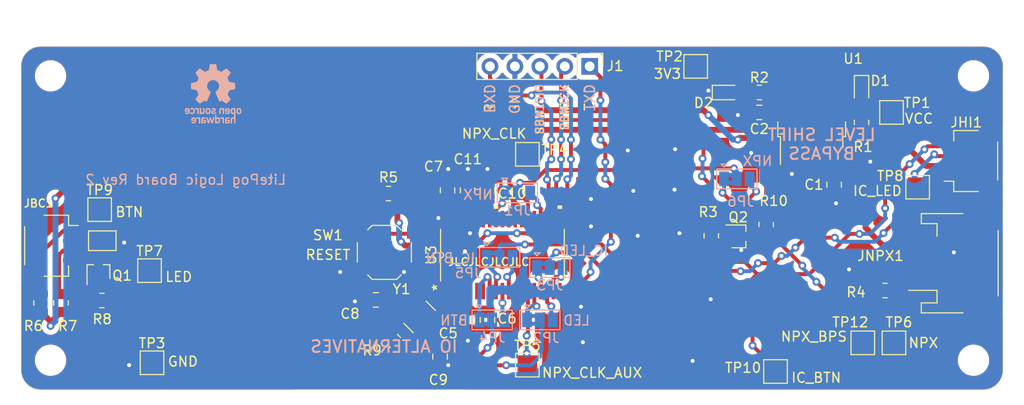
<source format=kicad_pcb>
(kicad_pcb (version 20221018) (generator pcbnew)
  (layers (0 "F.Cu" signal) (31 "B.Cu" signal) (34 "B.Paste" user) (35 "F.Paste" user) (36 "B.SilkS" user "B.Silkscreen") (37 "F.SilkS" user "F.Silkscreen") (38 "B.Mask" user) (39 "F.Mask" user) (44 "Edge.Cuts" user))
  (net 0 "")
  (net 1 "VCC")
  (net 2 "GND")
  (net 3 "+3V3")
  (net 4 "XIN")
  (net 5 "XOUT")
  (net 6 "Net-(C10-Pad1)")
  (net 7 "Net-(D1-Pad2)")
  (net 8 "Net-(D2-Pad2)")
  (net 9 "UART_RXD")
  (net 10 "SBWTDIO")
  (net 11 "SBWTCK")
  (net 12 "UART_TXD")
  (net 13 "BTN+")
  (net 14 "BTN-")
  (net 15 "LED+")
  (net 16 "LED-")
  (net 17 "IC_BTN_LED")
  (net 18 "BTN2")
  (net 19 "NPX")
  (net 20 "NPX_MCU")
  (net 21 "NPX_AUX")
  (net 22 "NPX_MAIN")
  (net 23 "LED1_AUX")
  (net 24 "LED1_MAIN")
  (net 25 "LED2_AUX")
  (net 26 "LED2_MAIN")
  (net 27 "BTN1_AUX")
  (net 28 "BTN1_MAIN")
  (net 29 "BTN2_AUX")
  (net 30 "BTN2_MAIN")
  (net 31 "NPX_MCU_BYPASS")
  (net 32 "NPX_MCU_SHIFT")
  (net 33 "LED1")
  (net 34 "NPX_DBG_CLK_MAIN")
  (net 35 "NPX_DBG_CLK_AUX")
  (footprint "Capacitor_SMD:C_0805_2012Metric" (layer "F.Cu") (at 82.804 14.097 90)
    (fp_text reference "C1")
    (fp_text value "10u")
  )
  (footprint "Capacitor_SMD:C_0805_2012Metric" (layer "F.Cu") (at 75.184 6.731 180)
    (fp_text reference "C2")
    (fp_text value "10u")
  )
  (footprint "Capacitor_SMD:C_0805_2012Metric" (layer "F.Cu") (at 45.466 27.884 -90)
    (fp_text reference "C5")
    (fp_text value "0.1u")
  )
  (footprint "Capacitor_SMD:C_0805_2012Metric" (layer "F.Cu") (at 47.498 27.884 90)
    (fp_text reference "C6")
    (fp_text value "4.7u")
  )
  (footprint "Capacitor_SMD:C_0805_2012Metric" (layer "F.Cu") (at 43.434 14.676 90)
    (fp_text reference "C7")
    (fp_text value "4.7u")
  )
  (footprint "Capacitor_SMD:C_0805_2012Metric" (layer "F.Cu") (at 36.134 25.852 180)
    (fp_text reference "C8")
    (fp_text value "15p")
  )
  (footprint "Capacitor_SMD:C_0805_2012Metric" (layer "F.Cu") (at 47.498 14.676 90)
    (fp_text reference "C10")
    (fp_text value "0.47u")
  )
  (footprint "LED_SMD:LED_0603_1608Metric" (layer "F.Cu") (at 85.598 4.445 -90)
    (fp_text reference "D1")
    (fp_text value "LED")
  )
  (footprint "LED_SMD:LED_0603_1608Metric" (layer "F.Cu") (at 71.882 4.699)
    (fp_text reference "D2")
    (fp_text value "LED")
  )
  (footprint "MountingHole:MountingHole_2.7mm_M2.5" (layer "F.Cu") (at 3 3)
    (fp_text reference "H1" hide)
    (fp_text value "MountingHole")
  )
  (footprint "MountingHole:MountingHole_2.7mm_M2.5" (layer "F.Cu") (at 3 32)
    (fp_text reference "H2" hide)
    (fp_text value "MountingHole")
  )
  (footprint "MountingHole:MountingHole_2.7mm_M2.5" (layer "F.Cu") (at 97 32)
    (fp_text reference "H3" hide)
    (fp_text value "MountingHole")
  )
  (footprint "MountingHole:MountingHole_2.7mm_M2.5" (layer "F.Cu") (at 97 3)
    (fp_text reference "H4" hide)
    (fp_text value "MountingHole")
  )
  (footprint "Connector_PinHeader_2.54mm:PinHeader_1x05_P2.54mm_Vertical" (layer "F.Cu") (at 57.912 2.032 -90)
    (fp_text reference "J1")
    (fp_text value "Conn_01x05_Male")
  )
  (footprint "Jumper:SolderJumper-2_P1.3mm_Bridged2Bar_Pad1.0x1.5mm" (layer "F.Cu") (at 8.27 19.812 180)
    (fp_text reference "JP11" hide)
    (fp_text value "Jumper")
  )
  (footprint "Package_TO_SOT_SMD:SOT-323_SC-70" (layer "F.Cu") (at 7.874 22.987 90)
    (fp_text reference "Q1")
    (fp_text value "BSS214NW")
  )
  (footprint "Resistor_SMD:R_0805_2012Metric" (layer "F.Cu") (at 85.598 7.747 90)
    (fp_text reference "R1")
    (fp_text value "110R")
  )
  (footprint "Resistor_SMD:R_0805_2012Metric" (layer "F.Cu") (at 75.184 4.699 180)
    (fp_text reference "R2")
    (fp_text value "110R")
  )
  (footprint "Resistor_SMD:R_0805_2012Metric" (layer "F.Cu") (at 87.9875 24.892)
    (fp_text reference "R4")
    (fp_text value "470R")
  )
  (footprint "Resistor_SMD:R_0805_2012Metric" (layer "F.Cu") (at 37.4125 15)
    (fp_text reference "R5")
    (fp_text value "47k")
  )
  (footprint "Resistor_SMD:R_0805_2012Metric" (layer "F.Cu") (at 2.032 26.162 -90)
    (fp_text reference "R6")
    (fp_text value "10k")
  )
  (footprint "Resistor_SMD:R_0805_2012Metric" (layer "F.Cu") (at 4.064 26.162 -90)
    (fp_text reference "R7")
    (fp_text value "110R")
  )
  (footprint "Resistor_SMD:R_0805_2012Metric" (layer "F.Cu") (at 8.2315 25.908 180)
    (fp_text reference "R8")
    (fp_text value "10k")
  )
  (footprint "TestPoint:TestPoint_Pad_2.0x2.0mm" (layer "F.Cu") (at 88.646 6.731)
    (fp_text reference "TP1")
    (fp_text value "TestPoint")
  )
  (footprint "TestPoint:TestPoint_Pad_2.0x2.0mm" (layer "F.Cu") (at 68.707 2.032)
    (fp_text reference "TP2")
    (fp_text value "TestPoint")
  )
  (footprint "TestPoint:TestPoint_Pad_2.0x2.0mm" (layer "F.Cu") (at 13.335 32.258)
    (fp_text reference "TP3")
    (fp_text value "TestPoint")
  )
  (footprint "TestPoint:TestPoint_Pad_2.0x2.0mm" (layer "F.Cu") (at 51.562 11)
    (fp_text reference "TP4")
    (fp_text value "TestPoint")
  )
  (footprint "TestPoint:TestPoint_Pad_2.0x2.0mm" (layer "F.Cu") (at 51.562 32.5)
    (fp_text reference "TP5")
    (fp_text value "TestPoint")
  )
  (footprint "TestPoint:TestPoint_Pad_2.0x2.0mm" (layer "F.Cu") (at 88.9 30.226)
    (fp_text reference "TP6")
    (fp_text value "TestPoint")
  )
  (footprint "TestPoint:TestPoint_Pad_2.0x2.0mm" (layer "F.Cu") (at 13.081 22.86)
    (fp_text reference "TP7")
    (fp_text value "TestPoint")
  )
  (footprint "TestPoint:TestPoint_Pad_2.0x2.0mm" (layer "F.Cu") (at 91.313 14.351)
    (fp_text reference "TP8")
    (fp_text value "TestPoint")
  )
  (footprint "TestPoint:TestPoint_Pad_2.0x2.0mm" (layer "F.Cu") (at 76.835 33.147)
    (fp_text reference "TP10")
    (fp_text value "TestPoint")
  )
  (footprint "TestPoint:TestPoint_Pad_2.0x2.0mm" (layer "F.Cu") (at 85.725 30.226)
    (fp_text reference "TP12")
    (fp_text value "TestPoint")
  )
  (footprint "Package_TO_SOT_SMD:TO-252-2" (layer "F.Cu") (at 80.518 6.731 90)
    (fp_text reference "U1")
    (fp_text value "NCP1117-3.3_TO252")
  )
  (footprint "Gigahawk:MSP430FR5739IDAR" (layer "F.Cu") (at 49.022 21.28 90)
    (fp_text reference "U3")
    (fp_text value "MSP430FR5739IDAR" hide)
  )
  (footprint "Gigahawk:Crystal_SMD_AWSZT-CV-2Pin_3.7x3.1mm" (layer "F.Cu") (at 40.59534 27.58534 135)
    (fp_text reference "Y1")
    (fp_text value "Crystal")
  )
  (footprint "Gigahawk:JST_SH_SM04B-SRSS-TB_1x04-1MP_P1.00mm_Horizontal" (layer "F.Cu") (at 3.048 20.32 -90)
    (fp_text reference "JBC1")
    (fp_text value "Conn_01x04")
  )
  (footprint "Gigahawk:JST_SH_SM04B-SRSS-TB_1x04-1MP_P1.00mm_Horizontal" (layer "F.Cu") (at 96.774 11.684 90)
    (fp_text reference "JHI1")
    (fp_text value "Conn_01x04")
  )
  (footprint "Capacitor_SMD:C_0805_2012Metric" (layer "F.Cu") (at 42.672 31.628 90)
    (fp_text reference "C9")
    (fp_text value "15p")
  )
  (footprint "Capacitor_SMD:C_0805_2012Metric" (layer "F.Cu") (at 45.466 14.676 90)
    (fp_text reference "C11")
    (fp_text value "0.1u")
  )
  (footprint "Button_Switch_SMD:SW_SPST_TL3342" (layer "F.Cu") (at 37 21)
    (fp_text reference "SW1")
    (fp_text value "SW_Push")
  )
  (footprint "TestPoint:TestPoint_Pad_2.0x2.0mm" (layer "F.Cu") (at 8.001 16.637)
    (fp_text reference "TP9")
    (fp_text value "TestPoint")
  )
  (footprint "Resistor_SMD:R_0805_2012Metric" (layer "F.Cu") (at 37.962765 30.032765 -45)
    (fp_text reference "R9")
    (fp_text value "1M")
  )
  (footprint "Resistor_SMD:R_0805_2012Metric" (layer "F.Cu") (at 70.2945 19.304 90)
    (fp_text reference "R3")
    (fp_text value "10k")
  )
  (footprint "Resistor_SMD:R_0805_2012Metric" (layer "F.Cu") (at 75.8825 18.161 90)
    (fp_text reference "R10")
    (fp_text value "10k")
  )
  (footprint "Package_TO_SOT_SMD:SOT-323_SC-70" (layer "F.Cu") (at 73.0885 19.3675)
    (fp_text reference "Q2")
    (fp_text value "BSS214NW")
  )
  (footprint "Gigahawk:JST_PH_S3B-PH-SM4-TB_1x03-1MP_P2.00mm_Horizontal" (layer "F.Cu") (at 94.996 22.11 90)
    (fp_text reference "JNPX1")
    (fp_text value "Conn_01x03")
  )
  (footprint "Jumper:SolderJumper-3_P1.3mm_Bridged2Bar12_Pad1.0x1.5mm" (layer "B.Cu") (at 50.546 14.93)
    (fp_text reference "JP1")
    (fp_text value "Jumper_3_Bridged12")
  )
  (footprint "Jumper:SolderJumper-3_P1.3mm_Bridged2Bar12_Pad1.0x1.5mm" (layer "B.Cu") (at 52.832 27.884)
    (fp_text reference "JP2")
    (fp_text value "Jumper_3_Bridged12")
  )
  (footprint "Jumper:SolderJumper-3_P1.3mm_Bridged2Bar12_Pad1.0x1.5mm" (layer "B.Cu") (at 53.848 22.55)
    (fp_text reference "JP3")
    (fp_text value "Jumper_3_Bridged12")
  )
  (footprint "Jumper:SolderJumper-3_P1.3mm_Bridged2Bar12_Pad1.0x1.5mm" (layer "B.Cu") (at 47.976 27.884)
    (fp_text reference "JP4")
    (fp_text value "Jumper_3_Bridged12")
  )
  (footprint "Jumper:SolderJumper-3_P1.3mm_Bridged2Bar12_Pad1.0x1.5mm" (layer "B.Cu") (at 48.738 21.5)
    (fp_text reference "JP5")
    (fp_text value "Jumper_3_Bridged12")
  )
  (footprint "Jumper:SolderJumper-3_P1.3mm_Bridged2Bar12_Pad1.0x1.5mm" (layer "B.Cu") (at 72.898 13.5)
    (fp_text reference "JP6")
    (fp_text value "Jumper_3_Bridged12")
  )
  (footprint "Symbol:OSHW-Logo_5.7x6mm_SilkScreen" (layer "B.Cu") (at 19.558 4.826 180)
    (fp_text reference "LOGO1" hide)
    (fp_text value "Logo_Open_Hardware_Small" hide)
  )
  (gr_line (start 0 2) (end 0 33) (stroke (width 0.05)) (layer "Edge.Cuts"))
  (gr_line (start 100 2) (end 100 33) (stroke (width 0.05)) (layer "Edge.Cuts"))
  (gr_arc (start 100 33) (mid 99.414214 34.414214) (end 98 35) (stroke (width 0.05)) (layer "Edge.Cuts"))
  (gr_arc (start 98 0) (mid 99.414214 0.585786) (end 100 2) (stroke (width 0.05)) (layer "Edge.Cuts"))
  (gr_arc (start 2 35) (mid 0.585786 34.414214) (end 0 33) (stroke (width 0.05)) (layer "Edge.Cuts"))
  (gr_line (start 2 35) (end 98 35) (stroke (width 0.05)) (layer "Edge.Cuts"))
  (gr_arc (start 0 2) (mid 0.585786 0.585786) (end 2 0) (stroke (width 0.05)) (layer "Edge.Cuts"))
  (gr_line (start 2 0) (end 98 0) (stroke (width 0.05)) (layer "Edge.Cuts"))
  (gr_text "BTN" (at 45.593 27.94) (layer "B.SilkS") (effects (font (size 1 1)) (justify left mirror)))
  (gr_text "IO ALTERNATIVES" (at 36.957 30.607) (layer "B.SilkS") (effects (font (size 1.2 1.2) (thickness 0.2)) (justify mirror)))
  (gr_text "IC_LED" (at 54.737 20.828) (layer "B.SilkS") (effects (font (size 1 1)) (justify right mirror)))
  (gr_text "RXD" (at 47.679381 3.75 270) (layer "B.SilkS") (effects (font (size 1 1)) (justify right mirror)))
  (gr_text "GND" (at 50.187619 3.75 270) (layer "B.SilkS") (effects (font (size 1 1)) (justify right mirror)))
  (gr_text "SBWTDIO" (at 52.752762 3.75 270) (layer "B.SilkS") (effects (font (size 0.8 0.8)) (justify right mirror)))
  (gr_text "SBWTCK" (at 55.254714 3.75 270) (layer "B.SilkS") (effects (font (size 0.8 0.8)) (justify right mirror)))
  (gr_text "TXD" (at 57.855286 3.75 270) (layer "B.SilkS") (effects (font (size 1 1)) (justify right mirror)))
  (gr_text "LEVEL SHIFT\nBYPASS" (at 81.534 9.9695) (layer "B.SilkS") (effects (font (size 1.2 1.2) (thickness 0.2)) (justify mirror)))
  (gr_text "LED" (at 55.118 27.94) (layer "B.SilkS") (effects (font (size 1 1)) (justify right mirror)))
  (gr_text "LitePog Logic Board Rev 2" (at 16.764 13.589) (layer "B.SilkS") (effects (font (size 1 1)) (justify mirror)))
  (gr_text "NPX" (at 73.406 11.684) (layer "B.SilkS") (effects (font (size 1 1)) (justify right mirror)))
  (gr_text "NPX" (at 48.133 15.113) (layer "B.SilkS") (effects (font (size 1 1)) (justify left mirror)))
  (gr_text "IC_BTN" (at 46.355 21.59) (layer "B.SilkS") (effects (font (size 1 1)) (justify left mirror)))
  (gr_text "3V3" (at 67.31 2.794) (layer "F.SilkS") (effects (font (size 1 1)) (justify right)))
  (gr_text "NPX_CLK_AUX" (at 52.959 33.274) (layer "F.SilkS") (effects (font (size 1 1)) (justify left)))
  (gr_text "BTN" (at 9.525 16.891) (layer "F.SilkS") (effects (font (size 1 1)) (justify left)))
  (gr_text "GND" (at 50.292 3.75 90) (layer "F.SilkS") (effects (font (size 1 1)) (justify right)))
  (gr_text "SBWTDIO" (at 52.832 3.75 90) (layer "F.SilkS") (effects (font (size 0.8 0.8)) (justify right)))
  (gr_text "SBWTCK" (at 55.372 3.75 90) (layer "F.SilkS") (effects (font (size 0.8 0.8)) (justify right)))
  (gr_text "TXD" (at 57.912 3.75 90) (layer "F.SilkS") (effects (font (size 1 1)) (justify right)))
  (gr_text "NPX_BPS" (at 84.201 29.591) (layer "F.SilkS") (effects (font (size 1 1)) (justify right)))
  (gr_text "NPX" (at 90.297 30.226) (layer "F.SilkS") (effects (font (size 1 1)) (justify left)))
  (gr_text "RESET" (at 31.25 21.25) (layer "F.SilkS") (effects (font (size 1 1))))
  (gr_text "VCC" (at 89.916 7.366) (layer "F.SilkS") (effects (font (size 1 1)) (justify left)))
  (gr_text "JLCJLCJLCJLC" (at 47.625 21.971) (layer "F.SilkS") (effects (font (size 0.8 0.8))))
  (gr_text "RXD" (at 47.75 3.75 90) (layer "F.SilkS") (effects (font (size 1 1)) (justify right)))
  (gr_text "LED" (at 14.605 23.495) (layer "F.SilkS") (effects (font (size 1 1)) (justify left)))
  (gr_text "IC_LED" (at 89.789 14.732) (layer "F.SilkS") (effects (font (size 1 1)) (justify right)))
  (gr_text "GND" (at 14.859 32.131) (layer "F.SilkS") (effects (font (size 1 1)) (justify left)))
  (gr_text "NPX_CLK" (at 51.562 8.89) (layer "F.SilkS") (effects (font (size 1 1)) (justify right)))
  (gr_text "IC_BTN" (at 78.359 33.782) (layer "F.SilkS") (effects (font (size 1 1)) (justify left)))
  (segment (start 69.5 6.5) (end 12.5 6.5) (width 0.6) (layer "F.Cu") (net 1))
  (segment (start 70 7) (end 69.5 6.5) (width 0.6) (layer "F.Cu") (net 1))
  (segment (start 84.8285 12.3285) (end 84.8285 15.1715) (width 0.6) (layer "F.Cu") (net 1))
  (segment (start 88.646 6.731) (end 88.646 8.646) (width 0.6) (layer "F.Cu") (net 1))
  (segment (start 92.184 12.184) (end 88.6595 8.6595) (width 0.6) (layer "F.Cu") (net 1))
  (segment (start 88.6595 8.6595) (end 85.598 8.6595) (width 0.6) (layer "F.Cu") (net 1))
  (segment (start 3 28.5) (end 3 28.1385) (width 0.6) (layer "F.Cu") (net 1))
  (segment (start 86.281604 18.745604) (end 86 18.464) (width 0.6) (layer "F.Cu") (net 1))
  (segment (start 92.146 22.11) (end 89.586792 22.11) (width 0.6) (layer "F.Cu") (net 1))
  (segment (start 3 28.1385) (end 4.064 27.0745) (width 0.6) (layer "F.Cu") (net 1))
  (segment (start 73.169001 9.330999) (end 73 9.5) (width 0.6) (layer "F.Cu") (net 1))
  (segment (start 94.774 12.184) (end 92.184 12.184) (width 0.6) (layer "F.Cu") (net 1))
  (segment (start 75.8825 9.517998) (end 75.695501 9.330999) (width 0.4) (layer "F.Cu") (net 1))
  (segment (start 75.8825 17.2485) (end 75.8825 9.517998) (width 0.4) (layer "F.Cu") (net 1))
  (segment (start 83.431 10.931) (end 84.8285 12.3285) (width 0.6) (layer "F.Cu") (net 1))
  (segment (start 89.586792 22.11) (end 86.281604 18.804812) (width 0.6) (layer "F.Cu") (net 1))
  (segment (start 12.5 6.5) (end 3.5 15.5) (width 0.6) (layer "F.Cu") (net 1))
  (segment (start 86 16.343) (end 84.8285 15.1715) (width 0.6) (layer "F.Cu") (net 1))
  (segment (start 82.798 10.931) (end 83.3265 10.931) (width 0.6) (layer "F.Cu") (net 1))
  (segment (start 82.798 10.931) (end 83.431 10.931) (width 0.6) (layer "F.Cu") (net 1))
  (segment (start 3 28.5) (end 3 28.0425) (width 0.6) (layer "F.Cu") (net 1))
  (segment (start 81.197999 9.330999) (end 75.695501 9.330999) (width 0.6) (layer "F.Cu") (net 1))
  (segment (start 3 28.0425) (end 2.032 27.0745) (width 0.6) (layer "F.Cu") (net 1))
  (segment (start 86 18.464) (end 86 16.343) (width 0.6) (layer "F.Cu") (net 1))
  (segment (start 82.798 10.931) (end 81.197999 9.330999) (width 0.6) (layer "F.Cu") (net 1))
  (segment (start 86.281604 18.804812) (end 86.281604 18.745604) (width 0.6) (layer "F.Cu") (net 1))
  (segment (start 84.8285 15.1715) (end 82.804 13.147) (width 0.6) (layer "F.Cu") (net 1))
  (segment (start 75.695501 9.330999) (end 73.169001 9.330999) (width 0.6) (layer "F.Cu") (net 1))
  (segment (start 88.646 8.646) (end 88.6595 8.6595) (width 0.6) (layer "F.Cu") (net 1))
  (segment (start 83.3265 10.931) (end 85.598 8.6595) (width 0.6) (layer "F.Cu") (net 1))
  (via (at 3 28.5) (size 0.8) (drill 0.4) (layers "F.Cu" "B.Cu") (net 1))
  (via (at 3.5 15.5) (size 0.8) (drill 0.4) (layers "F.Cu" "B.Cu") (net 1))
  (via (at 70 7) (size 0.8) (drill 0.4) (layers "F.Cu" "B.Cu") (net 1))
  (via (at 73 9.5) (size 0.8) (drill 0.4) (layers "F.Cu" "B.Cu") (net 1))
  (segment (start 3.5 15.5) (end 3.5 28) (width 0.6) (layer "B.Cu") (net 1))
  (segment (start 73 9.5) (end 72.5 9.5) (width 0.6) (layer "B.Cu") (net 1))
  (segment (start 3.5 28) (end 3 28.5) (width 0.6) (layer "B.Cu") (net 1))
  (segment (start 72.5 9.5) (end 70 7) (width 0.6) (layer "B.Cu") (net 1))
  (segment (start 43.434 12.566) (end 43.5 12.5) (width 0.6) (layer "F.Cu") (net 2))
  (segment (start 35.184 25.852) (end 34.148 25.852) (width 0.4) (layer "F.Cu") (net 2))
  (segment (start 39.1 22.9) (end 39 23) (width 0.4) (layer "F.Cu") (net 2))
  (segment (start 45.466 12.534) (end 45.5 12.5) (width 0.6) (layer "F.Cu") (net 2))
  (segment (start 70.199 4.699) (end 70 4.5) (width 0.4) (layer "F.Cu") (net 2))
  (segment (start 47.498 13.726) (end 47.498 12.502) (width 0.6) (layer "F.Cu") (net 2))
  (segment (start 78.238 10.931) (end 78.238 12.738) (width 0.6) (layer "F.Cu") (net 2))
  (segment (start 46.422 17.6097) (end 46.422 18.8479) (width 0.4) (layer "F.Cu") (net 2))
  (segment (start 43.434 13.726) (end 43.434 12.566) (width 0.6) (layer "F.Cu") (net 2))
  (segment (start 44.472001 24.9503) (end 44.472001 24.723501) (width 0.4) (layer "F.Cu") (net 2))
  (segment (start 8.92 19.812) (end 10.312 19.812) (width 0.4) (layer "F.Cu") (net 2))
  (segment (start 33.85 22.9) (end 32.6 22.9) (width 0.4) (layer "F.Cu") (net 2))
  (segment (start 13.335 32.258) (end 11.242 32.258) (width 0.4) (layer "F.Cu") (net 2))
  (segment (start 10.312 19.812) (end 10.5 20) (width 0.4) (layer "F.Cu") (net 2))
  (segment (start 43.507702 22.9) (end 40.15 22.9) (width 0.4) (layer "F.Cu") (net 2))
  (segment (start 44.399801 23.792099) (end 43.507702 22.9) (width 0.4) (layer "F.Cu") (net 2))
  (segment (start 42.672 32.578) (end 43.422 32.578) (width 0.4) (layer "F.Cu") (net 2))
  (segment (start 43.422 32.578) (end 43.5 32.5) (width 0.4) (layer "F.Cu") (net 2))
  (segment (start 46.221998 19.047902) (end 45.72 19.047902) (width 0.4) (layer "F.Cu") (net 2))
  (segment (start 11.242 32.258) (end 11 32.5) (width 0.4) (layer "F.Cu") (net 2))
  (segment (start 78.238 12.738) (end 78.5 13) (width 0.6) (layer "F.Cu") (net 2))
  (segment (start 43.172002 17.6097) (end 42.6097 17.6097) (width 0.4) (layer "F.Cu") (net 2))
  (segment (start 82.804 15.047) (end 82.804 15.804) (width 0.6) (layer "F.Cu") (net 2))
  (segment (start 73.269 6.731) (end 73 7) (width 0.6) (layer "F.Cu") (net 2))
  (segment (start 82.804 15.804) (end 83 16) (width 0.6) (layer "F.Cu") (net 2))
  (segment (start 44.399801 24.651301) (end 44.399801 23.792099) (width 0.4) (layer "F.Cu") (net 2))
  (segment (start 44.472001 24.723501) (end 44.399801 24.651301) (width 0.4) (layer "F.Cu") (net 2))
  (segment (start 45.466 29.966) (end 45.5 30) (width 0.6) (layer "F.Cu") (net 2))
  (segment (start 40.15 22.9) (end 39.1 22.9) (width 0.4) (layer "F.Cu") (net 2))
  (segment (start 32.6 22.9) (end 32.5 23) (width 0.4) (layer "F.Cu") (net 2))
  (segment (start 45.466 28.834) (end 45.466 29.966) (width 0.6) (layer "F.Cu") (net 2))
  (segment (start 47.498 28.834) (end 45.466 28.834) (width 0.6) (layer "F.Cu") (net 2))
  (segment (start 94.86 20.86) (end 95 21) (width 0.6) (layer "F.Cu") (net 2))
  (segment (start 71.0945 4.699) (end 70.199 4.699) (width 0.4) (layer "F.Cu") (net 2))
  (segment (start 47.498 12.502) (end 47.5 12.5) (width 0.6) (layer "F.Cu") (net 2))
  (segment (start 42.6097 17.6097) (end 42.5 17.5) (width 0.4) (layer "F.Cu") (net 2))
  (segment (start 74.234 6.731) (end 73.269 6.731) (width 0.6) (layer "F.Cu") (net 2))
  (segment (start 47.498 28.834) (end 47.498 29.002) (width 0.6) (layer "F.Cu") (net 2))
  (segment (start 46.422 18.8479) (end 46.221998 19.047902) (width 0.4) (layer "F.Cu") (net 2))
  (segment (start 34.148 25.852) (end 34 26) (width 0.4) (layer "F.Cu") (net 2))
  (segment (start 45.466 13.726) (end 45.466 12.534) (width 0.6) (layer "F.Cu") (net 2))
  (via (at 34 26) (size 0.8) (drill 0.4) (layers "F.Cu" "B.Cu") (net 2))
  (via (at 74.3585 10.8585) (size 0.8) (drill 0.4) (layers "F.Cu" "B.Cu") (net 2))
  (via (at 58.039 15.5575) (size 0.8) (drill 0.4) (layers "F.Cu" "B.Cu") (net 2))
  (via (at 66.548 14.605) (size 0.8) (drill 0.4) (layers "F.Cu" "B.Cu") (net 2))
  (via (at 11 32.5) (size 0.8) (drill 0.4) (layers "F.Cu" "B.Cu") (net 2))
  (via (at 43.5 12.5) (size 0.8) (drill 0.4) (layers "F.Cu" "B.Cu") (net 2))
  (via (at 57.023 26.543) (size 0.8) (drill 0.4) (layers "F.Cu" "B.Cu") (net 2))
  (via (at 45.5 30) (size 0.8) (drill 0.4) (layers "F.Cu" "B.Cu") (net 2))
  (via (at 67.056 19.05) (size 0.8) (drill 0.4) (layers "F.Cu" "B.Cu") (net 2))
  (via (at 58.039 18.3515) (size 0.8) (drill 0.4) (layers "F.Cu" "B.Cu") (net 2))
  (via (at 95 21) (size 0.8) (drill 0.4) (layers "F.Cu" "B.Cu") (net 2))
  (via (at 62.357 14.732) (size 0.8) (drill 0.4) (layers "F.Cu" "B.Cu") (net 2))
  (via (at 57.2135 30.1625) (size 0.8) (drill 0.4) (layers "F.Cu" "B.Cu") (net 2))
  (via (at 73 7) (size 0.8) (drill 0.4) (layers "F.Cu" "B.Cu") (net 2))
  (via (at 45.212 20.8915) (size 0.8) (drill 0.4) (layers "F.Cu" "B.Cu") (net 2))
  (via (at 83 16) (size 0.8) (drill 0.4) (layers "F.Cu" "B.Cu") (net 2))
  (via (at 86.487 11.7475) (size 0.8) (drill 0.4) (layers "F.Cu" "B.Cu") (net 2))
  (via (at 66.6115 10.4775) (size 0.8) (drill 0.4) (layers "F.Cu" "B.Cu") (net 2))
  (via (at 45.72 19.047902) (size 0.8) (drill 0.4) (layers "F.Cu" "B.Cu") (net 2))
  (via (at 84.328 22.733) (size 0.8) (drill 0.4) (layers "F.Cu" "B.Cu") (net 2))
  (via (at 61.7855 10.6045) (size 0.8) (drill 0.4) (layers "F.Cu" "B.Cu") (net 2))
  (via (at 42.5 17.5) (size 0.8) (drill 0.4) (layers "F.Cu" "B.Cu") (net 2))
  (via (at 70 4.5) (size 0.8) (drill 0.4) (layers "F.Cu" "B.Cu") (net 2))
  (via (at 62.8015 19.304) (size 0.8) (drill 0.4) (layers "F.Cu" "B.Cu") (net 2))
  (via (at 39 23) (size 0.8) (drill 0.4) (layers "F.Cu" "B.Cu") (net 2))
  (via (at 43.5 32.5) (size 0.8) (drill 0.4) (layers "F.Cu" "B.Cu") (net 2))
  (via (at 78.5 13) (size 0.8) (drill 0.4) (layers "F.Cu" "B.Cu") (net 2))
  (via (at 70.231 25.781) (size 0.8) (drill 0.4) (layers "F.Cu" "B.Cu") (net 2))
  (via (at 47.5 12.5) (size 0.8) (drill 0.4) (layers "F.Cu" "B.Cu") (net 2))
  (via (at 10.5 20) (size 0.8) (drill 0.4) (layers "F.Cu" "B.Cu") (net 2))
  (via (at 32.5 23) (size 0.8) (drill 0.4) (layers "F.Cu" "B.Cu") (net 2))
  (via (at 73.3425 20.7645) (size 0.8) (drill 0.4) (layers "F.Cu" "B.Cu") (net 2))
  (via (at 45.5 12.5) (size 0.8) (drill 0.4) (layers "F.Cu" "B.Cu") (net 2))
  (via (at 68.3895 32.0675) (size 0.8) (drill 0.4) (layers "F.Cu" "B.Cu") (net 2))
  (segment (start 69.5 8.5) (end 43 8.5) (width 0.6) (layer "F.Cu") (net 3))
  (segment (start 42.132001 20.299999) (end 45.122 23.289998) (width 0.6) (layer "F.Cu") (net 3))
  (segment (start 70.6205 18.7175) (end 70.2945 18.3915) (width 0.4) (layer "F.Cu") (net 3))
  (segment (start 76.0965 4.699) (end 80.45 4.699) (width 0.6) (layer "F.Cu") (net 3))
  (segment (start 40.25 11.25) (end 38.325 13.175) (width 0.6) (layer "F.Cu") (net 3))
  (segment (start 45.122 23.632037) (end 45.148131 23.658168) (width 0.6) (layer "F.Cu") (net 3))
  (segment (start 39.099997 20.299999) (end 42.132001 20.299999) (width 0.6) (layer "F.Cu") (net 3))
  (segment (start 42.626 15.626) (end 40.25 13.25) (width 0.6) (layer "F.Cu") (net 3))
  (segment (start 76.134 6.731) (end 78.418 6.731) (width 0.6) (layer "F.Cu") (net 3))
  (segment (start 69.5 11.3355) (end 69.4055 11.43) (width 0.4) (layer "F.Cu") (net 3))
  (segment (start 45.122 24.9503) (end 45.122 26.59) (width 0.4) (layer "F.Cu") (net 3))
  (segment (start 77.792 1.905) (end 80.518 4.631) (width 0.6) (layer "F.Cu") (net 3))
  (segment (start 38.325 13.175) (end 38.325 15) (width 0.6) (layer "F.Cu") (net 3))
  (segment (start 69.5 8.5) (end 69.5 11.3355) (width 0.4) (layer "F.Cu") (net 3))
  (segment (start 45.466 26.934) (end 47.498 26.934) (width 0.6) (layer "F.Cu") (net 3))
  (segment (start 76.134 6.731) (end 76.134 7.866) (width 0.6) (layer "F.Cu") (net 3))
  (segment (start 38.325 17.825) (end 38.5 18) (width 0.6) (layer "F.Cu") (net 3))
  (segment (start 45.122 24.9503) (end 45.122 23.622) (width 0.4) (layer "F.Cu") (net 3))
  (segment (start 76.134 7.866) (end 75.5 8.5) (width 0.6) (layer "F.Cu") (net 3))
  (segment (start 40.25 13.25) (end 40.25 11.25) (width 0.6) (layer "F.Cu") (net 3))
  (segment (start 38.325 15) (end 38.325 17.825) (width 0.6) (layer "F.Cu") (net 3))
  (segment (start 75.5 8.5) (end 69.5 8.5) (width 0.6) (layer "F.Cu") (net 3))
  (segment (start 45.772001 15.932001) (end 45.466 15.626) (width 0.4) (layer "F.Cu") (net 3))
  (segment (start 45.122 26.59) (end 45.466 26.934) (width 0.4) (layer "F.Cu") (net 3))
  (segment (start 43 8.5) (end 40.25 11.25) (width 0.6) (layer "F.Cu") (net 3))
  (segment (start 38.699998 19.9) (end 39.099997 20.299999) (width 0.6) (layer "F.Cu") (net 3))
  (segment (start 69.342 13.23314) (end 70.2945 14.18564) (width 0.4) (layer "F.Cu") (net 3))
  (segment (start 45.122 23.289998) (end 45.122 23.632037) (width 0.6) (layer "F.Cu") (net 3))
  (segment (start 72.0885 18.7175) (end 70.6205 18.7175) (width 0.4) (layer "F.Cu") (net 3))
  (segment (start 77.919 2.032) (end 80.518 4.631) (width 0.6) (layer "F.Cu") (net 3))
  (segment (start 68.707 2.032) (end 77.919 2.032) (width 0.6) (layer "F.Cu") (net 3))
  (segment (start 45.466 15.626) (end 43.434 15.626) (width 0.6) (layer "F.Cu") (net 3))
  (segment (start 43.434 15.626) (end 42.626 15.626) (width 0.6) (layer "F.Cu") (net 3))
  (segment (start 70.2945 14.18564) (end 70.2945 18.3915) (width 0.4) (layer "F.Cu") (net 3))
  (segment (start 45.772001 17.6097) (end 45.772001 15.932001) (width 0.4) (layer "F.Cu") (net 3))
  (segment (start 80.45 4.699) (end 80.518 4.631) (width 0.6) (layer "F.Cu") (net 3))
  (segment (start 78.418 6.731) (end 80.518 4.631) (width 0.6) (layer "F.Cu") (net 3))
  (via (at 38.699998 19.9) (size 0.8) (drill 0.4) (layers "F.Cu" "B.Cu") (net 3))
  (via (at 69.4055 11.43) (size 0.8) (drill 0.4) (layers "F.Cu" "B.Cu") (net 3))
  (via (at 38.5 18) (size 0.8) (drill 0.4) (layers "F.Cu" "B.Cu") (net 3))
  (via (at 69.342 13.23314) (size 0.8) (drill 0.4) (layers "F.Cu" "B.Cu") (net 3))
  (segment (start 38.5 19.700002) (end 38.699998 19.9) (width 0.6) (layer "B.Cu") (net 3))
  (segment (start 69.4055 11.43) (end 69.4055 13.16964) (width 0.4) (layer "B.Cu") (net 3))
  (segment (start 69.4055 13.16964) (end 69.342 13.23314) (width 0.4) (layer "B.Cu") (net 3))
  (segment (start 38.5 18) (end 38.5 19.700002) (width 0.6) (layer "B.Cu") (net 3))
  (segment (start 38.862 25.852) (end 39.53468 26.52468) (width 0.4) (layer "F.Cu") (net 4))
  (segment (start 39.53468 26.52468) (end 41.597619 26.52468) (width 0.4) (layer "F.Cu") (net 4))
  (segment (start 41.597619 26.52468) (end 43.171999 24.9503) (width 0.4) (layer "F.Cu") (net 4))
  (segment (start 37.31753 29.38753) (end 37.31753 28.74183) (width 0.4) (layer "F.Cu") (net 4))
  (segment (start 37.31753 28.74183) (end 39.53468 26.52468) (width 0.4) (layer "F.Cu") (net 4))
  (segment (start 37.084 25.852) (end 38.862 25.852) (width 0.4) (layer "F.Cu") (net 4))
  (segment (start 42.363106 28.646) (end 43.822 27.187106) (width 0.4) (layer "F.Cu") (net 5))
  (segment (start 41.656 28.646) (end 41.656 29.662) (width 0.4) (layer "F.Cu") (net 5))
  (segment (start 39.624 30.678) (end 41.656 28.646) (width 0.4) (layer "F.Cu") (net 5))
  (segment (start 41.656 29.662) (end 42.672 30.678) (width 0.4) (layer "F.Cu") (net 5))
  (segment (start 43.822 27.187106) (end 43.822 24.9503) (width 0.4) (layer "F.Cu") (net 5))
  (segment (start 38.608 30.678) (end 39.624 30.678) (width 0.4) (layer "F.Cu") (net 5))
  (segment (start 41.656 28.646) (end 42.363106 28.646) (width 0.4) (layer "F.Cu") (net 5))
  (segment (start 47.072001 17.6097) (end 47.072001 16.051999) (width 0.4) (layer "F.Cu") (net 6))
  (segment (start 47.072001 16.051999) (end 47.498 15.626) (width 0.4) (layer "F.Cu") (net 6))
  (segment (start 85.598 6.8345) (end 85.598 5.2325) (width 0.4) (layer "F.Cu") (net 7))
  (segment (start 74.2715 4.699) (end 72.6695 4.699) (width 0.4) (layer "F.Cu") (net 8))
  (segment (start 49.5 5) (end 52 5) (width 0.4) (layer "F.Cu") (net 9))
  (segment (start 55.629602 16.852099) (end 55.629602 13.552341) (width 0.4) (layer "F.Cu") (net 9))
  (segment (start 47.752 3.252) (end 49.5 5) (width 0.4) (layer "F.Cu") (net 9))
  (segment (start 47.752 2.032) (end 47.752 3.252) (width 0.4) (layer "F.Cu") (net 9))
  (segment (start 56 11.5) (end 56 9.5) (width 0.4) (layer "F.Cu") (net 9))
  (segment (start 54.872001 17.6097) (end 55.629602 16.852099) (width 0.4) (layer "F.Cu") (net 9))
  (via (at 52 5) (size 0.8) (drill 0.4) (layers "F.Cu" "B.Cu") (net 9))
  (via (at 56 11.5) (size 0.8) (drill 0.4) (layers "F.Cu" "B.Cu") (net 9))
  (via (at 55.629602 13.552341) (size 0.8) (drill 0.4) (layers "F.Cu" "B.Cu") (net 9))
  (via (at 56 9.5) (size 0.8) (drill 0.4) (layers "F.Cu" "B.Cu") (net 9))
  (segment (start 56 5.315998) (end 55.384001 4.699999) (width 0.4) (layer "B.Cu") (net 9))
  (segment (start 56 9.5) (end 56 5.315998) (width 0.4) (layer "B.Cu") (net 9))
  (segment (start 52.300001 4.699999) (end 52 5) (width 0.4) (layer "B.Cu") (net 9))
  (segment (start 55.629602 13.552341) (end 56 13.181943) (width 0.4) (layer "B.Cu") (net 9))
  (segment (start 56 13.181943) (end 56 11.5) (width 0.4) (layer "B.Cu") (net 9))
  (segment (start 55.384001 4.699999) (end 52.300001 4.699999) (width 0.4) (layer "B.Cu") (net 9))
  (segment (start 53 2.2) (end 52.832 2.032) (width 0.4) (layer "F.Cu") (net 10))
  (segment (start 53 5.6) (end 53 2.2) (width 0.4) (layer "F.Cu") (net 10))
  (segment (start 40.15 19.1) (end 43.1 19.1) (width 0.4) (layer "F.Cu") (net 10))
  (segment (start 36.5 15) (end 36.5 16.45) (width 0.4) (layer "F.Cu") (net 10))
  (segment (start 40.204012 19.045988) (end 40.15 19.1) (width 0.4) (layer "F.Cu") (net 10))
  (segment (start 53.724199 13.724199) (end 53.565686 13.565686) (width 0.4) (layer "F.Cu") (net 10))
  (segment (start 54 11.5) (end 54 9.5) (width 0.4) (layer "F.Cu") (net 10))
  (segment (start 53.572001 17.6097) (end 53.572001 16.523697) (width 0.4) (layer "F.Cu") (net 10))
  (segment (start 53.724199 16.371499) (end 53.724199 13.724199) (width 0.4) (layer "F.Cu") (net 10))
  (segment (start 46.69823 19.847903) (end 47.498232 19.047901) (width 0.4) (layer "F.Cu") (net 10))
  (segment (start 53.572001 17.6097) (end 53.572001 18.695701) (width 0.4) (layer "F.Cu") (net 10))
  (segment (start 43.847903 19.847903) (end 46.69823 19.847903) (width 0.4) (layer "F.Cu") (net 10))
  (segment (start 53.572001 18.695701) (end 53.219801 19.047901) (width 0.4) (layer "F.Cu") (net 10))
  (segment (start 36.5 16.45) (end 33.85 19.1) (width 0.4) (layer "F.Cu") (net 10))
  (segment (start 40.15 19.1) (end 33.85 19.1) (width 0.4) (layer "F.Cu") (net 10))
  (segment (start 53.572001 16.523697) (end 53.724199 16.371499) (width 0.4) (layer "F.Cu") (net 10))
  (segment (start 43.1 19.1) (end 43.847903 19.847903) (width 0.4) (layer "F.Cu") (net 10))
  (segment (start 53.219801 19.047901) (end 50.500017 19.047901) (width 0.4) (layer "F.Cu") (net 10))
  (via (at 47.498232 19.047901) (size 0.8) (drill 0.4) (layers "F.Cu" "B.Cu") (net 10))
  (via (at 53.565686 13.565686) (size 0.8) (drill 0.4) (layers "F.Cu" "B.Cu") (net 10))
  (via (at 54 11.5) (size 0.8) (drill 0.4) (layers "F.Cu" "B.Cu") (net 10))
  (via (at 53 5.6) (size 0.8) (drill 0.4) (layers "F.Cu" "B.Cu") (net 10))
  (via (at 54 9.5) (size 0.8) (drill 0.4) (layers "F.Cu" "B.Cu") (net 10))
  (via (at 50.500017 19.047901) (size 0.8) (drill 0.4) (layers "F.Cu" "B.Cu") (net 10))
  (segment (start 54 9.5) (end 54 6.6) (width 0.4) (layer "B.Cu") (net 10))
  (segment (start 53.565686 13.565686) (end 53.565686 11.934314) (width 0.4) (layer "B.Cu") (net 10))
  (segment (start 47.498232 19.047901) (end 47.496319 19.045988) (width 0.4) (layer "B.Cu") (net 10))
  (segment (start 50.500017 19.047901) (end 47.498232 19.047901) (width 0.4) (layer "B.Cu") (net 10))
  (segment (start 54 6.6) (end 53 5.6) (width 0.4) (layer "B.Cu") (net 10))
  (segment (start 53.565686 11.934314) (end 54 11.5) (width 0.4) (layer "B.Cu") (net 10))
  (segment (start 55 2.404) (end 55.372 2.032) (width 0.4) (layer "F.Cu") (net 11))
  (segment (start 54.2942 16.577299) (end 54.5 16.371499) (width 0.4) (layer "F.Cu") (net 11))
  (segment (start 55 11.5) (end 55 9.5) (width 0.4) (layer "F.Cu") (net 11))
  (segment (start 54.5 16.371499) (end 54.5 13.55878) (width 0.4) (layer "F.Cu") (net 11))
  (segment (start 54.222 17.6097) (end 54.222 17.222) (width 0.4) (layer "F.Cu") (net 11))
  (segment (start 54.5 13.55878) (end 54.563225 13.495555) (width 0.4) (layer "F.Cu") (net 11))
  (segment (start 54.2942 17.1498) (end 54.2942 16.577299) (width 0.4) (layer "F.Cu") (net 11))
  (segment (start 55 5.5) (end 55 2.404) (width 0.4) (layer "F.Cu") (net 11))
  (segment (start 54.222 17.222) (end 54.2942 17.1498) (width 0.4) (layer "F.Cu") (net 11))
  (via (at 55 11.5) (size 0.8) (drill 0.4) (layers "F.Cu" "B.Cu") (net 11))
  (via (at 55 9.5) (size 0.8) (drill 0.4) (layers "F.Cu" "B.Cu") (net 11))
  (via (at 54.563225 13.495555) (size 0.8) (drill 0.4) (layers "F.Cu" "B.Cu") (net 11))
  (via (at 55 5.5) (size 0.8) (drill 0.4) (layers "F.Cu" "B.Cu") (net 11))
  (segment (start 55 13.05878) (end 55 11.5) (width 0.4) (layer "B.Cu") (net 11))
  (segment (start 54.563225 13.495555) (end 55 13.05878) (width 0.4) (layer "B.Cu") (net 11))
  (segment (start 55 9.5) (end 55 5.5) (width 0.4) (layer "B.Cu") (net 11))
  (segment (start 56.21424 24.9503) (end 58 23.16454) (width 0.4) (layer "F.Cu") (net 12))
  (segment (start 60.065686 14.065686) (end 59.5 13.5) (width 0.4) (layer "F.Cu") (net 12))
  (segment (start 60.065686 19.934314) (end 60.065686 14.065686) (width 0.4) (layer "F.Cu") (net 12))
  (segment (start 58 23.16454) (end 58 23) (width 0.4) (layer "F.Cu") (net 12))
  (segment (start 59 5.5) (end 59 3.12) (width 0.4) (layer "F.Cu") (net 12))
  (segment (start 54.871998 24.9503) (end 56.21424 24.9503) (width 0.4) (layer "F.Cu") (net 12))
  (segment (start 59 3.12) (end 57.912 2.032) (width 0.4) (layer "F.Cu") (net 12))
  (segment (start 59.5 10) (end 59 9.5) (width 0.4) (layer "F.Cu") (net 12))
  (segment (start 59.5 11.800001) (end 59.5 10) (width 0.4) (layer "F.Cu") (net 12))
  (via (at 59.5 13.5) (size 0.8) (drill 0.4) (layers "F.Cu" "B.Cu") (net 12))
  (via (at 59 9.5) (size 0.8) (drill 0.4) (layers "F.Cu" "B.Cu") (net 12))
  (via (at 59.5 11.800001) (size 0.8) (drill 0.4) (layers "F.Cu" "B.Cu") (net 12))
  (via (at 58 23) (size 0.8) (drill 0.4) (layers "F.Cu" "B.Cu") (net 12))
  (via (at 60.065686 19.934314) (size 0.8) (drill 0.4) (layers "F.Cu" "B.Cu") (net 12))
  (via (at 59 5.5) (size 0.8) (drill 0.4) (layers "F.Cu" "B.Cu") (net 12))
  (segment (start 59 9.5) (end 59 5.5) (width 0.4) (layer "B.Cu") (net 12))
  (segment (start 59.5 13.5) (end 59.5 11.800001) (width 0.4) (layer "B.Cu") (net 12))
  (segment (start 58 23) (end 58 22) (width 0.4) (layer "B.Cu") (net 12))
  (segment (start 58 22) (end 60.065686 19.934314) (width 0.4) (layer "B.Cu") (net 12))
  (segment (start 47.498 30.734) (end 44.577 33.655) (width 0.4) (layer "F.Cu") (net 13))
  (segment (start 2.47301 24.80849) (end 2.032 25.2495) (width 0.4) (layer "F.Cu") (net 13))
  (segment (start 5.818 18.82) (end 8.001 16.637) (width 0.4) (layer "F.Cu") (net 13))
  (segment (start 12.7 16.637) (end 8.001 16.637) (width 0.4) (layer "F.Cu") (net 13))
  (segment (start 5.048 18.82) (end 4.273 18.82) (width 0.4) (layer "F.Cu") (net 13))
  (segment (start 44.577 33.655) (end 29.718 33.655) (width 0.4) (layer "F.Cu") (net 13))
  (segment (start 29.718 33.655) (end 12.7 16.637) (width 0.4) (layer "F.Cu") (net 13))
  (segment (start 4.273 18.82) (end 2.47301 20.61999) (width 0.4) (layer "F.Cu") (net 13))
  (segment (start 5.048 18.82) (end 5.818 18.82) (width 0.4) (layer "F.Cu") (net 13))
  (segment (start 2.47301 20.61999) (end 2.47301 24.80849) (width 0.4) (layer "F.Cu") (net 13))
  (via (at 47.498 30.734) (size 0.8) (drill 0.4) (layers "F.Cu" "B.Cu") (net 13))
  (segment (start 48 27.908) (end 47.976 27.884) (width 0.4) (layer "B.Cu") (net 13))
  (segment (start 47.976 27.884) (end 47.976 30.256) (width 0.4) (layer "B.Cu") (net 13))
  (segment (start 47.976 30.256) (end 47.498 30.734) (width 0.4) (layer "B.Cu") (net 13))
  (segment (start 5.056 19.812) (end 5.048 19.82) (width 0.4) (layer "F.Cu") (net 14))
  (segment (start 7.62 19.812) (end 5.056 19.812) (width 0.4) (layer "F.Cu") (net 14))
  (segment (start 3.87299 25.05849) (end 4.064 25.2495) (width 0.4) (layer "F.Cu") (net 15))
  (segment (start 5.048 20.82) (end 4.273 20.82) (width 0.4) (layer "F.Cu") (net 15))
  (segment (start 4.273 20.82) (end 3.87299 21.22001) (width 0.4) (layer "F.Cu") (net 15))
  (segment (start 3.87299 21.22001) (end 3.87299 25.05849) (width 0.4) (layer "F.Cu") (net 15))
  (segment (start 7.707 21.82) (end 7.874 21.987) (width 0.4) (layer "F.Cu") (net 16))
  (segment (start 5.048 21.82) (end 7.707 21.82) (width 0.4) (layer "F.Cu") (net 16))
  (segment (start 73.248814 22.893314) (end 73.279 22.9235) (width 0.4) (layer "F.Cu") (net 17))
  (segment (start 87.839647 19.030853) (end 91.313 15.5575) (width 0.4) (layer "F.Cu") (net 17))
  (segment (start 78.861186 20.516314) (end 79.879686 19.497814) (width 0.4) (layer "F.Cu") (net 17))
  (segment (start 59.393314 22.893314) (end 73.248814 22.893314) (width 0.4) (layer "F.Cu") (net 17))
  (segment (start 75.057 22.098) (end 76.708 22.098) (width 0.4) (layer "F.Cu") (net 17))
  (segment (start 76.708 22.098) (end 77.444064 21.361936) (width 0.4) (layer "F.Cu") (net 17))
  (segment (start 91 14.038) (end 91.313 14.351) (width 0.4) (layer "F.Cu") (net 17))
  (segment (start 93.184 11.184) (end 93 11) (width 0.4) (layer "F.Cu") (net 17))
  (segment (start 57.5 21) (end 54.5 21) (width 0.4) (layer "F.Cu") (net 17))
  (segment (start 59.393314 22.893314) (end 57.5 21) (width 0.4) (layer "F.Cu") (net 17))
  (segment (start 91 13) (end 91 14.038) (width 0.4) (layer "F.Cu") (net 17))
  (segment (start 94.774 11.184) (end 93.184 11.184) (width 0.4) (layer "F.Cu") (net 17))
  (segment (start 79.879686 19.497814) (end 82.870814 19.497814) (width 0.4) (layer "F.Cu") (net 17))
  (segment (start 91.313 15.5575) (end 91.313 14.351) (width 0.4) (layer "F.Cu") (net 17))
  (via (at 82.870814 19.497814) (size 0.8) (drill 0.4) (layers "F.Cu" "B.Cu") (net 17))
  (via (at 77.444064 21.361936) (size 0.8) (drill 0.4) (layers "F.Cu" "B.Cu") (net 17))
  (via (at 75.057 22.098) (size 0.8) (drill 0.4) (layers "F.Cu" "B.Cu") (net 17))
  (via (at 91 13) (size 0.8) (drill 0.4) (layers "F.Cu" "B.Cu") (net 17))
  (via (at 73.279 22.9235) (size 0.8) (drill 0.4) (layers "F.Cu" "B.Cu") (net 17))
  (via (at 87.839647 19.030853) (size 0.8) (drill 0.4) (layers "F.Cu" "B.Cu") (net 17))
  (via (at 93 11) (size 0.8) (drill 0.4) (layers "F.Cu" "B.Cu") (net 17))
  (via (at 54.5 21) (size 0.8) (drill 0.4) (layers "F.Cu" "B.Cu") (net 17))
  (via (at 78.861186 20.516314) (size 0.8) (drill 0.4) (layers "F.Cu" "B.Cu") (net 17))
  (segment (start 82.870814 19.497814) (end 83.291398 19.918398) (width 0.4) (layer "B.Cu") (net 17))
  (segment (start 86.952102 19.918398) (end 87.839647 19.030853) (width 0.4) (layer "B.Cu") (net 17))
  (segment (start 73.279 22.9235) (end 74.2315 22.9235) (width 0.4) (layer "B.Cu") (net 17))
  (segment (start 77.444064 21.361936) (end 78.015564 21.361936) (width 0.4) (layer "B.Cu") (net 17))
  (segment (start 74.2315 22.9235) (end 75.057 22.098) (width 0.4) (layer "B.Cu") (net 17))
  (segment (start 93 11) (end 91 13) (width 0.4) (layer "B.Cu") (net 17))
  (segment (start 78.015564 21.361936) (end 78.861186 20.516314) (width 0.4) (layer "B.Cu") (net 17))
  (segment (start 53.848 21.652) (end 53.848 22.55) (width 0.4) (layer "B.Cu") (net 17))
  (segment (start 54.5 21) (end 53.848 21.652) (width 0.4) (layer "B.Cu") (net 17))
  (segment (start 83.291398 19.918398) (end 86.952102 19.918398) (width 0.4) (layer "B.Cu") (net 17))
  (segment (start 76.835 32.835) (end 74.5 30.5) (width 0.4) (layer "F.Cu") (net 18))
  (segment (start 76.835 33.147) (end 76.835 32.835) (width 0.4) (layer "F.Cu") (net 18))
  (segment (start 74.5 23.682876) (end 74.5 30.5) (width 0.4) (layer "F.Cu") (net 18))
  (segment (start 92 10.5) (end 92.316 10.184) (width 0.4) (layer "F.Cu") (net 18))
  (segment (start 88 14.5) (end 90.5 12) (width 0.4) (layer "F.Cu") (net 18))
  (segment (start 51.308 20.193) (end 59.14037 20.193) (width 0.4) (layer "F.Cu") (net 18))
  (segment (start 92.316 10.184) (end 94.774 10.184) (width 0.4) (layer "F.Cu") (net 18))
  (segment (start 73.719876 21.971) (end 74.965876 23.217) (width 0.4) (layer "F.Cu") (net 18))
  (segment (start 84.381603 19.118397) (end 85.381603 19.118397) (width 0.4) (layer "F.Cu") (net 18))
  (segment (start 74.965876 23.217) (end 74.5 23.682876) (width 0.4) (layer "F.Cu") (net 18))
  (segment (start 80.283 23.217) (end 74.965876 23.217) (width 0.4) (layer "F.Cu") (net 18))
  (segment (start 60.91837 21.971) (end 73.719876 21.971) (width 0.4) (layer "F.Cu") (net 18))
  (segment (start 80.283 23.217) (end 84.381603 19.118397) (width 0.4) (layer "F.Cu") (net 18))
  (segment (start 88 16.5) (end 88 14.5) (width 0.4) (layer "F.Cu") (net 18))
  (segment (start 59.14037 20.193) (end 60.91837 21.971) (width 0.4) (layer "F.Cu") (net 18))
  (via (at 90.5 12) (size 0.8) (drill 0.4) (layers "F.Cu" "B.Cu") (net 18))
  (via (at 74.5 30.5) (size 0.8) (drill 0.4) (layers "F.Cu" "B.Cu") (net 18))
  (via (at 51.308 20.193) (size 0.8) (drill 0.4) (layers "F.Cu" "B.Cu") (net 18))
  (via (at 88 16.5) (size 0.8) (drill 0.4) (layers "F.Cu" "B.Cu") (net 18))
  (via (at 85.381603 19.118397) (size 0.8) (drill 0.4) (layers "F.Cu" "B.Cu") (net 18))
  (via (at 92 10.5) (size 0.8) (drill 0.4) (layers "F.Cu" "B.Cu") (net 18))
  (segment (start 48.738 20.35) (end 48.895 20.193) (width 0.4) (layer "B.Cu") (net 18))
  (segment (start 90.5 12) (end 92 10.5) (width 0.4) (layer "B.Cu") (net 18))
  (segment (start 88 17.584002) (end 88 16.5) (width 0.4) (layer "B.Cu") (net 18))
  (segment (start 86.465605 19.118397) (end 88 17.584002) (width 0.4) (layer "B.Cu") (net 18))
  (segment (start 85.381603 19.118397) (end 86.465605 19.118397) (width 0.4) (layer "B.Cu") (net 18))
  (segment (start 48.895 20.193) (end 51.308 20.193) (width 0.4) (layer "B.Cu") (net 18))
  (segment (start 48.738 21.5) (end 48.738 20.35) (width 0.4) (layer "B.Cu") (net 18))
  (segment (start 48.993875 21.244125) (end 48.738 21.5) (width 0.4) (layer "B.Cu") (net 18))
  (segment (start 92.146 24.11) (end 89.682 24.11) (width 0.4) (layer "F.Cu") (net 19))
  (segment (start 89.682 24.11) (end 88.9 24.892) (width 0.4) (layer "F.Cu") (net 19))
  (segment (start 88.9 24.892) (end 88.9 30.226) (width 0.4) (layer "F.Cu") (net 19))
  (segment (start 89.432 24.36) (end 88.9 24.892) (width 0.4) (layer "F.Cu") (net 19))
  (segment (start 72.607511 12.43314) (end 65.684862 12.43314) (width 0.4) (layer "F.Cu") (net 20))
  (segment (start 52.096909 13.903091) (end 50.813719 13.903091) (width 0.4) (layer "F.Cu") (net 20))
  (segment (start 65.518001 12.600001) (end 53.399999 12.600001) (width 0.4) (layer "F.Cu") (net 20))
  (segment (start 53.399999 12.600001) (end 52.096909 13.903091) (width 0.4) (layer "F.Cu") (net 20))
  (segment (start 65.684862 12.43314) (end 65.518001 12.600001) (width 0.4) (layer "F.Cu") (net 20))
  (via (at 72.607511 12.43314) (size 0.8) (drill 0.4) (layers "F.Cu" "B.Cu") (net 20))
  (via (at 50.813719 13.903091) (size 0.8) (drill 0.4) (layers "F.Cu" "B.Cu") (net 20))
  (segment (start 72.898 13.5) (end 72.898 12.723629) (width 0.4) (layer "B.Cu") (net 20))
  (segment (start 50.813719 14.662281) (end 50.546 14.93) (width 0.4) (layer "B.Cu") (net 20))
  (segment (start 50.813719 13.903091) (end 50.813719 14.662281) (width 0.4) (layer "B.Cu") (net 20))
  (segment (start 72.898 12.723629) (end 72.607511 12.43314) (width 0.4) (layer "B.Cu") (net 20))
  (segment (start 52.922 17.6097) (end 52.922 16.544609) (width 0.4) (layer "F.Cu") (net 21))
  (segment (start 52.922 16.544609) (end 52.558889 16.181498) (width 0.4) (layer "F.Cu") (net 21))
  (via (at 52.558889 16.181498) (size 0.8) (drill 0.4) (layers "F.Cu" "B.Cu") (net 21))
  (segment (start 52.558889 15.642889) (end 51.846 14.93) (width 0.4) (layer "B.Cu") (net 21))
  (segment (start 52.558889 16.181498) (end 52.558889 15.642889) (width 0.4) (layer "B.Cu") (net 21))
  (segment (start 48.372001 17.6097) (end 48.372001 16.627999) (width 0.4) (layer "F.Cu") (net 22))
  (segment (start 48.372001 16.627999) (end 49 16) (width 0.4) (layer "F.Cu") (net 22))
  (via (at 49 16) (size 0.8) (drill 0.4) (layers "F.Cu" "B.Cu") (net 22))
  (segment (start 49 16) (end 49 15.176) (width 0.4) (layer "B.Cu") (net 22))
  (segment (start 49 15.176) (end 49.246 14.93) (width 0.4) (layer "B.Cu") (net 22))
  (segment (start 53.571999 26.071999) (end 54 26.5) (width 0.4) (layer "F.Cu") (net 23))
  (segment (start 53.571999 24.9503) (end 53.571999 26.071999) (width 0.4) (layer "F.Cu") (net 23))
  (via (at 54 26.5) (size 0.8) (drill 0.4) (layers "F.Cu" "B.Cu") (net 23))
  (segment (start 54 27.752) (end 54.132 27.884) (width 0.4) (layer "B.Cu") (net 23))
  (segment (start 54 26.5) (end 54 27.752) (width 0.4) (layer "B.Cu") (net 23))
  (segment (start 52.271999 24.9503) (end 52.271999 26.271999) (width 0.4) (layer "F.Cu") (net 24))
  (segment (start 52.271999 26.271999) (end 52.5 26.5) (width 0.4) (layer "F.Cu") (net 24))
  (via (at 52.5 26.5) (size 0.8) (drill 0.4) (layers "F.Cu" "B.Cu") (net 24))
  (segment (start 51.532 26.902315) (end 51.532 27.884) (width 0.4) (layer "B.Cu") (net 24))
  (segment (start 51.934315 26.5) (end 51.532 26.902315) (width 0.4) (layer "B.Cu") (net 24))
  (segment (start 52.5 26.5) (end 51.934315 26.5) (width 0.4) (layer "B.Cu") (net 24))
  (segment (start 54.4341 23.5) (end 55 23.5) (width 0.4) (layer "F.Cu") (net 25))
  (segment (start 54.222 24.9503) (end 54.222 23.7121) (width 0.4) (layer "F.Cu") (net 25))
  (segment (start 54.222 23.7121) (end 54.4341 23.5) (width 0.4) (layer "F.Cu") (net 25))
  (via (at 55 23.5) (size 0.8) (drill 0.4) (layers "F.Cu" "B.Cu") (net 25))
  (segment (start 55 22.698) (end 55.148 22.55) (width 0.4) (layer "B.Cu") (net 25))
  (segment (start 55 23.5) (end 55 22.698) (width 0.4) (layer "B.Cu") (net 25))
  (segment (start 52.922 23.791473) (end 52.695027 23.5645) (width 0.4) (layer "F.Cu") (net 26))
  (segment (start 52.922 24.9503) (end 52.922 23.791473) (width 0.4) (layer "F.Cu") (net 26))
  (via (at 52.695027 23.5645) (size 0.8) (drill 0.4) (layers "F.Cu" "B.Cu") (net 26))
  (segment (start 52.695027 22.697027) (end 52.548 22.55) (width 0.4) (layer "B.Cu") (net 26))
  (segment (start 52.695027 23.5645) (end 52.695027 22.697027) (width 0.4) (layer "B.Cu") (net 26))
  (segment (start 49.022 26.158674) (end 49.022001 26.158675) (width 0.4) (layer "F.Cu") (net 27))
  (segment (start 49.022 24.9503) (end 49.022 26.158674) (width 0.4) (layer "F.Cu") (net 27))
  (via (at 49.022001 26.158675) (size 0.8) (drill 0.4) (layers "F.Cu" "B.Cu") (net 27))
  (segment (start 49.022001 26.158675) (end 49.022001 27.630001) (width 0.4) (layer "B.Cu") (net 27))
  (segment (start 49.022001 27.630001) (end 49.276 27.884) (width 0.4) (layer "B.Cu") (net 27))
  (segment (start 47.722 24.9503) (end 47.722 23.722) (width 0.4) (layer "F.Cu") (net 28))
  (segment (start 47.722 23.722) (end 47.5 23.5) (width 0.4) (layer "F.Cu") (net 28))
  (via (at 47.5 23.5) (size 0.8) (drill 0.4) (layers "F.Cu" "B.Cu") (net 28))
  (segment (start 46.676 24.324) (end 46.676 27.884) (width 0.4) (layer "B.Cu") (net 28))
  (segment (start 47.5 23.5) (end 46.676 24.324) (width 0.4) (layer "B.Cu") (net 28))
  (segment (start 49.671999 24.9503) (end 49.671999 23.671993) (width 0.4) (layer "F.Cu") (net 29))
  (segment (start 49.671999 23.671993) (end 49.500006 23.5) (width 0.4) (layer "F.Cu") (net 29))
  (via (at 49.500006 23.5) (size 0.8) (drill 0.4) (layers "F.Cu" "B.Cu") (net 29))
  (segment (start 50.038 22.962006) (end 50.038 21.5) (width 0.4) (layer "B.Cu") (net 29))
  (segment (start 49.500006 23.5) (end 50.038 22.962006) (width 0.4) (layer "B.Cu") (net 29))
  (segment (start 48.372001 24.9503) (end 48.372001 23.628002) (width 0.4) (layer "F.Cu") (net 30))
  (segment (start 48.372001 23.628002) (end 48.500003 23.5) (width 0.4) (layer "F.Cu") (net 30))
  (via (at 48.500003 23.5) (size 0.8) (drill 0.4) (layers "F.Cu" "B.Cu") (net 30))
  (segment (start 48.500003 23.316001) (end 47.438 22.253998) (width 0.4) (layer "B.Cu") (net 30))
  (segment (start 47.438 22.253998) (end 47.438 21.5) (width 0.4) (layer "B.Cu") (net 30))
  (segment (start 48.500003 23.5) (end 48.500003 23.316001) (width 0.4) (layer "B.Cu") (net 30))
  (segment (start 74.0885 19.3675) (end 75.5885 19.3675) (width 0.4) (layer "F.Cu") (net 31))
  (segment (start 87.075 24.892) (end 81.892 24.892) (width 0.4) (layer "F.Cu") (net 31))
  (segment (start 87.075 28.876) (end 85.725 30.226) (width 0.4) (layer "F.Cu") (net 31))
  (segment (start 87.075 24.892) (end 87.075 28.876) (width 0.4) (layer "F.Cu") (net 31))
  (segment (start 74.8665 14.7955) (end 74.0885 15.5735) (width 0.4) (layer "F.Cu") (net 31))
  (segment (start 74.0885 15.5735) (end 74.0885 19.3675) (width 0.4) (layer "F.Cu") (net 31))
  (segment (start 75.5885 19.3675) (end 75.8825 19.0735) (width 0.4) (layer "F.Cu") (net 31))
  (segment (start 76.287 19.0735) (end 79.5655 22.352) (width 0.4) (layer "F.Cu") (net 31))
  (segment (start 75.8825 19.0735) (end 76.287 19.0735) (width 0.4) (layer "F.Cu") (net 31))
  (segment (start 81.892 24.892) (end 81 24) (width 0.4) (layer "F.Cu") (net 31))
  (via (at 81 24) (size 0.8) (drill 0.4) (layers "F.Cu" "B.Cu") (net 31))
  (via (at 74.8665 14.7955) (size 0.8) (drill 0.4) (layers "F.Cu" "B.Cu") (net 31))
  (via (at 79.5655 22.352) (size 0.8) (drill 0.4) (layers "F.Cu" "B.Cu") (net 31))
  (segment (start 74.198 13.5) (end 74.198 14.127) (width 0.4) (layer "B.Cu") (net 31))
  (segment (start 79.5655 22.352) (end 79.5655 22.5655) (width 0.4) (layer "B.Cu") (net 31))
  (segment (start 74.198 14.127) (end 74.8665 14.7955) (width 0.4) (layer "B.Cu") (net 31))
  (segment (start 79.5655 22.5655) (end 81 24) (width 0.4) (layer "B.Cu") (net 31))
  (segment (start 72.0885 20.0175) (end 72.838501 19.267499) (width 0.4) (layer "F.Cu") (net 32))
  (segment (start 71.8895 20.2165) (end 72.0885 20.0175) (width 0.4) (layer "F.Cu") (net 32))
  (segment (start 72.838501 16.323501) (end 71.4375 14.9225) (width 0.4) (layer "F.Cu") (net 32))
  (segment (start 72.838501 19.267499) (end 72.838501 16.323501) (width 0.4) (layer "F.Cu") (net 32))
  (segment (start 70.2945 20.2165) (end 71.8895 20.2165) (width 0.4) (layer "F.Cu") (net 32))
  (via (at 71.4375 14.9225) (size 0.8) (drill 0.4) (layers "F.Cu" "B.Cu") (net 32))
  (segment (start 71.598 14.762) (end 71.4375 14.9225) (width 0.4) (layer "B.Cu") (net 32))
  (segment (start 71.598 13.5) (end 71.598 14.762) (width 0.4) (layer "B.Cu") (net 32))
  (segment (start 13.081 22.86) (end 13.081 25.527) (width 0.4) (layer "F.Cu") (net 33))
  (segment (start 10.922 27.686) (end 9.097 27.686) (width 0.4) (layer "F.Cu") (net 33))
  (segment (start 46.568542 32.512) (end 44.825532 34.25501) (width 0.4) (layer "F.Cu") (net 33))
  (segment (start 13.081 25.527) (end 10.922 27.686) (width 0.4) (layer "F.Cu") (net 33))
  (segment (start 28.03201 34.25501) (end 21.463 27.686) (width 0.4) (layer "F.Cu") (net 33))
  (segment (start 7.224 25.813) (end 7.319 25.908) (width 0.4) (layer "F.Cu") (net 33))
  (segment (start 7.224 23.987) (end 7.224 25.813) (width 0.4) (layer "F.Cu") (net 33))
  (segment (start 9.097 27.686) (end 7.319 25.908) (width 0.4) (layer "F.Cu") (net 33))
  (segment (start 49.403 32.512) (end 46.568542 32.512) (width 0.4) (layer "F.Cu") (net 33))
  (segment (start 21.463 27.686) (end 10.922 27.686) (width 0.4) (layer "F.Cu") (net 33))
  (segment (start 44.825532 34.25501) (end 28.03201 34.25501) (width 0.4) (layer "F.Cu") (net 33))
  (via (at 49.403 32.512) (size 0.8) (drill 0.4) (layers "F.Cu" "B.Cu") (net 33))
  (segment (start 53 29.5) (end 53 30.984002) (width 0.4) (layer "B.Cu") (net 33))
  (segment (start 53 28.052) (end 52.832 27.884) (width 0.4) (layer "B.Cu") (net 33))
  (segment (start 53 29.5) (end 53 28.052) (width 0.4) (layer "B.Cu") (net 33))
  (segment (start 53 30.984002) (end 52.832 31.152002) (width 0.4) (layer "B.Cu") (net 33))
  (segment (start 51.943 32.512) (end 49.403 32.512) (width 0.4) (layer "B.Cu") (net 33))
  (segment (start 52.832 31.623) (end 51.943 32.512) (width 0.4) (layer "B.Cu") (net 33))
  (segment (start 52.832 31.152002) (end 52.832 31.623) (width 0.4) (layer "B.Cu") (net 33))
  (segment (start 51.622 17.6097) (end 51.622 15.895374) (width 0.4) (layer "F.Cu") (net 34))
  (segment (start 49.726626 12.835374) (end 51.562 11) (width 0.4) (layer "F.Cu") (net 34))
  (segment (start 49.726626 14) (end 49.726626 12.835374) (width 0.4) (layer "F.Cu") (net 34))
  (segment (start 51.622 15.895374) (end 49.726626 14) (width 0.4) (layer "F.Cu") (net 34))
  (segment (start 51.5 32.438) (end 51.562 32.5) (width 0.4) (layer "F.Cu") (net 35))
  (segment (start 51.622 24.9503) (end 51.622 29.378) (width 0.4) (layer "F.Cu") (net 35))
  (segment (start 51.5 31.3) (end 51.5 32.438) (width 0.4) (layer "F.Cu") (net 35))
  (segment (start 51.622 29.378) (end 51.5 29.5) (width 0.4) (layer "F.Cu") (net 35))
  (via (at 51.5 29.5) (size 0.8) (drill 0.4) (layers "F.Cu" "B.Cu") (net 35))
  (via (at 51.5 31.3) (size 0.8) (drill 0.4) (layers "F.Cu" "B.Cu") (net 35))
  (segment (start 51.5 29.5) (end 51.5 31.3) (width 0.4) (layer "B.Cu") (net 35))
  (zone (net 2) (net_name "GND") (layer "F.Cu") (connect_pads (clearance 0.508)) (min_thickness 0.254) (fill yes (thermal_gap 0.508) (thermal_bridge_width 0.508))
    (polygon (pts (xy 100.5 35.5) (xy -0.5 36) (xy -0.5 -0.5) (xy 100.5 -0.5)))
  )
  (zone (net 2) (net_name "GND") (layer "B.Cu") (connect_pads (clearance 0.508)) (min_thickness 0.254) (fill yes (thermal_gap 0.508) (thermal_bridge_width 0.508))
    (polygon (pts (xy 100.5 35.5) (xy -0.5 36) (xy -0.5 -0.5) (xy 100.5 -0.5)))
  )
)
</source>
